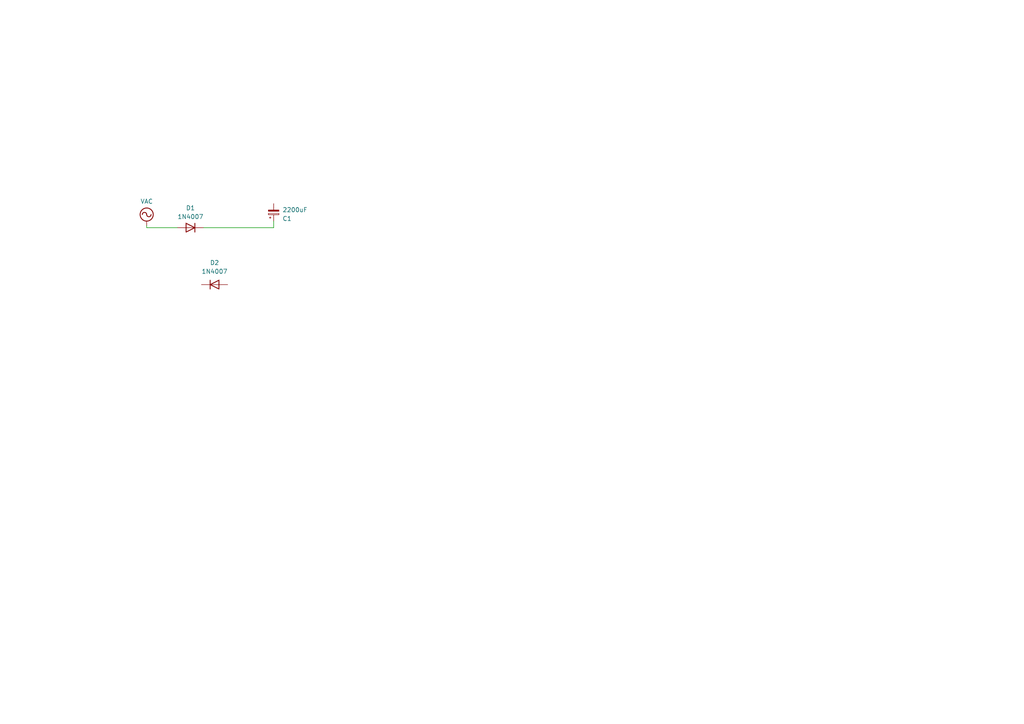
<source format=kicad_sch>
(kicad_sch (version 20231120) (generator "eeschema") (generator_version "8.0")
  (paper "A4")
  (lib_symbols
    (symbol "Device:C_Polarized_Small" (pin_numbers hide) (pin_names (offset 0.254) hide)
      (property "Reference" "C" (at 0.254 1.778 0))
      (property "Value" "C_Polarized_Small" (at 0.254 -2.032 0))
      (symbol "C_Polarized_Small_0_1"
        (rectangle (start -1.524 -0.3048) (end 1.524 -0.6858) (fill (type outline)))
        (rectangle (start -1.524 0.6858) (end 1.524 0.3048))
        (polyline (pts (xy -1.27 1.524) (xy -0.762 1.524)))
        (polyline (pts (xy -1.016 1.27) (xy -1.016 1.778)))
      )
      (symbol "C_Polarized_Small_1_1"
        (pin passive line (at 0 2.54 270) (length 1.8542) (name "~") (number "1"))
        (pin passive line (at 0 -2.54 90) (length 1.8542) (name "~") (number "2"))
      )
    )
    (symbol "Diode:1N4007" (pin_numbers hide) (pin_names hide)
      (property "Reference" "D" (at 0 2.54 0))
      (property "Value" "1N4007" (at 0 -2.54 0))
      (symbol "1N4007_0_1"
        (polyline (pts (xy -1.27 1.27) (xy -1.27 -1.27)) (stroke (width 0.254)))
        (polyline (pts (xy 1.27 0) (xy -1.27 0)))
        (polyline (pts (xy 1.27 1.27) (xy 1.27 -1.27) (xy -1.27 0) (xy 1.27 1.27)) (stroke (width 0.254)))
      )
      (symbol "1N4007_1_1"
        (pin passive line (at -3.81 0 0) (length 2.54) (name "K") (number "1"))
        (pin passive line (at 3.81 0 180) (length 2.54) (name "A") (number "2"))
      )
    )
    (symbol "power:VAC" (power) (pin_numbers hide) (pin_names (offset 0) hide)
      (property "Value" "VAC" (at 0 6.35 0))
      (symbol "VAC_0_1"
        (polyline (pts (xy 0 0) (xy 0 1.27)))
        (arc (start 0 3.175) (mid -0.635 3.8073) (end -1.27 3.175) (stroke (width 0.254)))
        (arc (start 0 3.175) (mid 0.635 2.5427) (end 1.27 3.175) (stroke (width 0.254)))
        (circle (center 0 3.175) (radius 1.905) (stroke (width 0.254)))
      )
      (symbol "VAC_1_1"
        (pin power_in line (at 0 0 90) (length 0) (name "~") (number "1"))
      )
    )
  )
  (wire (pts (xy 51.435 66.04) (xy 42.545 66.04)))
  (wire (pts (xy 79.375 66.04) (xy 79.375 64.135)))
  (wire (pts (xy 59.055 66.04) (xy 79.375 66.04)))
  (wire (pts (xy 42.545 66.04) (xy 42.545 65.405)))
  (symbol (lib_id "power:VAC") (at 42.545 65.405 0) (unit 1)
    (property "Reference" "#PWR02" (effects (hide yes)))
    (property "Value" "VAC" (at 42.545 58.42 0))
    (property "Description" "Power symbol creates a global label with name \"VAC\"" (effects (hide yes)))
  )
  (symbol (lib_id "Device:C_Polarized_Small") (at 79.375 61.595 0) (mirror x) (unit 1)
    (property "Reference" "C1" (at 81.915 63.4112 0) (effects (justify left)))
    (property "Value" "2200uF" (at 81.915 60.8712 0) (effects (justify left)))
    (property "Footprint" "Capacitor_SMD:CP_Elec_10x12.6" (effects (hide yes)))
    (property "Description" "Polarized capacitor, small symbol" (effects (hide yes)))
  )
  (symbol (lib_id "Diode:1N4007") (at 55.245 66.04 0) (mirror y) (unit 1)
    (property "Reference" "D1" (at 55.245 60.325 0))
    (property "Value" "1N4007" (at 55.245 62.865 0))
    (property "Footprint" "Diode_THT:D_DO-41_SOD81_P10.16mm_Horizontal" (effects (hide yes)))
    (property "Datasheet" "http://www.vishay.com/docs/88503/1n4001.pdf" (effects (hide yes)))
    (property "Description" "1000V 1A General Purpose Rectifier Diode, DO-41" (effects (hide yes)))
    (property "Sim.Device" "D" (effects (hide yes)))
    (property "Sim.Pins" "1=K 2=A" (effects (hide yes)))
  )
  (symbol (lib_id "Diode:1N4007") (at 62.23 82.55 0) (unit 1)
    (property "Reference" "D2" (at 62.23 76.2 0))
    (property "Value" "1N4007" (at 62.23 78.74 0))
    (property "Footprint" "Diode_THT:D_DO-41_SOD81_P10.16mm_Horizontal" (effects (hide yes)))
    (property "Datasheet" "http://www.vishay.com/docs/88503/1n4001.pdf" (effects (hide yes)))
    (property "Description" "1000V 1A General Purpose Rectifier Diode, DO-41" (effects (hide yes)))
    (property "Sim.Device" "D" (effects (hide yes)))
    (property "Sim.Pins" "1=K 2=A" (effects (hide yes)))
  )
)
</source>
